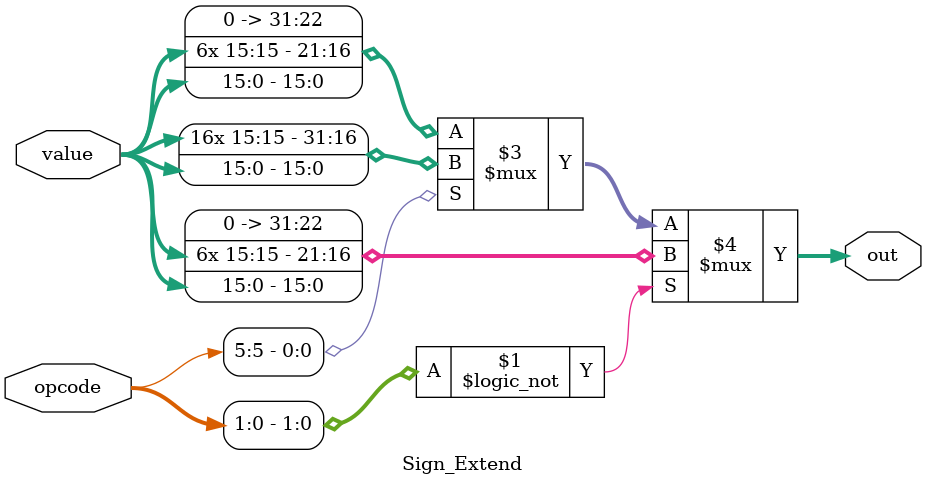
<source format=v>
`timescale 1ns / 1ps


module Sign_Extend #(parameter WIDTH = 16) (
    input [WIDTH - 1:0] value,
    input [5:0] opcode,
    output [31:0] out
);

    assign out = (opcode[1:0] == 2'b00) ? {{(6){value[WIDTH-1]}}, value} : (opcode[5] == 1'b1) ? {{(16){value[WIDTH-1]}}, value} : {{(6){value[WIDTH-1]}}, value}; 

endmodule

</source>
